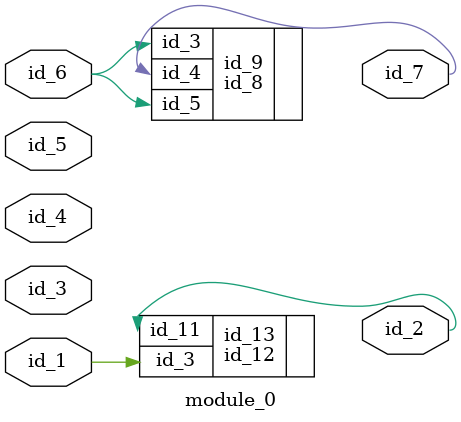
<source format=v>
module module_0 (
    id_1,
    id_2,
    id_3,
    id_4,
    id_5,
    id_6,
    id_7
);
  output id_7;
  input id_6;
  input id_5;
  input id_4;
  input id_3;
  output id_2;
  input id_1;
  id_8 id_9 (
      .id_4(id_7),
      .id_3(id_6),
      .id_5(id_6)
  );
  id_10 id_11 (
      .id_2(id_4),
      .id_5(id_3),
      .id_2(id_9)
  );
  id_12 id_13 (
      .id_11(id_2),
      .id_3 (id_1)
  );
endmodule

</source>
